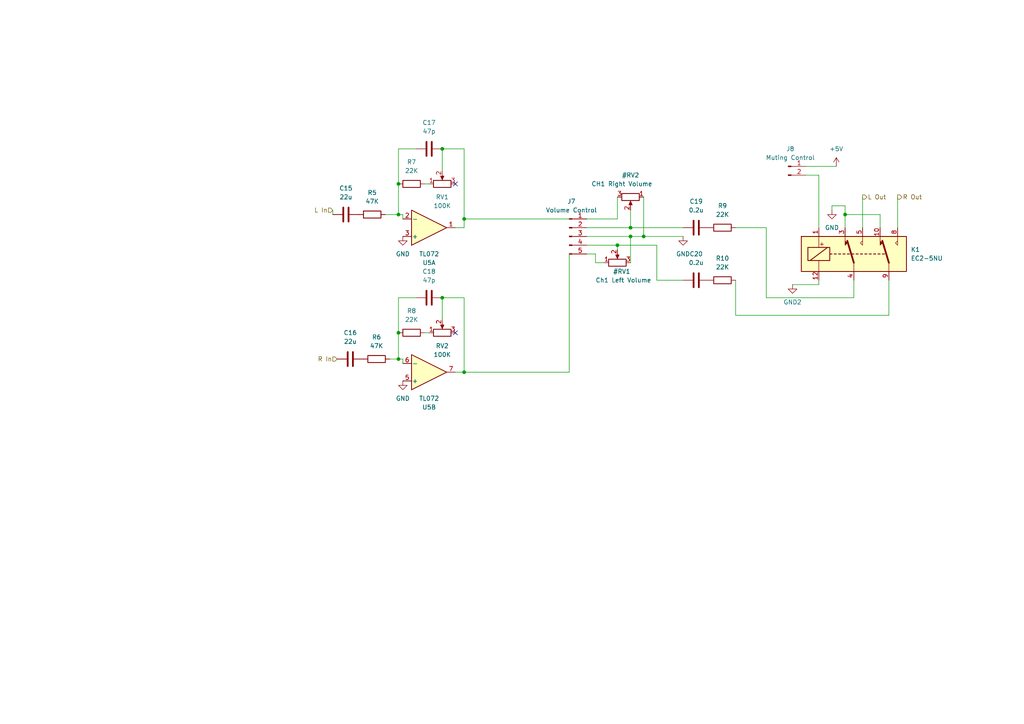
<source format=kicad_sch>
(kicad_sch (version 20211123) (generator eeschema)
  (paper "A4")
  (lib_symbols
    (symbol "Amplifier_Operational:TL072" (pin_names (offset 0.127))
      (property "Reference" "U" (at 0 5.08 0))
      (property "Value" "TL072" (at 0 -5.08 0))
      (symbol "TL072_1_1"
        (polyline (pts (xy -5.08 5.08) (xy 5.08 0) (xy -5.08 -5.08) (xy -5.08 5.08)) (stroke (width 0.254)) (fill (type background)))
        (pin output line (at 7.62 0 180) (length 2.54) (name "~") (number "1"))
        (pin input line (at -7.62 -2.54 0) (length 2.54) (name "-") (number "2"))
        (pin input line (at -7.62 2.54 0) (length 2.54) (name "+") (number "3"))
      )
      (symbol "TL072_2_1"
        (polyline (pts (xy -5.08 5.08) (xy 5.08 0) (xy -5.08 -5.08) (xy -5.08 5.08)) (stroke (width 0.254)) (fill (type background)))
        (pin input line (at -7.62 2.54 0) (length 2.54) (name "+") (number "5"))
        (pin input line (at -7.62 -2.54 0) (length 2.54) (name "-") (number "6"))
        (pin output line (at 7.62 0 180) (length 2.54) (name "~") (number "7"))
      )
      (symbol "TL072_3_1"
        (pin power_in line (at -2.54 -7.62 90) (length 3.81) (name "V-") (number "4"))
        (pin power_in line (at -2.54 7.62 270) (length 3.81) (name "V+") (number "8"))
      )
    )
    (symbol "Connector:Conn_01x02_Male" (pin_names (offset 1.016) hide)
      (property "Reference" "J" (at 0 2.54 0))
      (property "Value" "Conn_01x02_Male" (at 0 -5.08 0))
      (symbol "Conn_01x02_Male_1_1"
        (polyline (pts (xy 1.27 -2.54) (xy 0.8636 -2.54)) (stroke (width 0.1524)))
        (polyline (pts (xy 1.27 0) (xy 0.8636 0)) (stroke (width 0.1524)))
        (rectangle (start 0.8636 -2.413) (end 0 -2.667) (stroke (width 0.1524)) (fill (type outline)))
        (rectangle (start 0.8636 0.127) (end 0 -0.127) (stroke (width 0.1524)) (fill (type outline)))
        (pin passive line (at 5.08 0 180) (length 3.81) (name "Pin_1") (number "1"))
        (pin passive line (at 5.08 -2.54 180) (length 3.81) (name "Pin_2") (number "2"))
      )
    )
    (symbol "Connector:Conn_01x05_Male" (pin_names (offset 1.016) hide)
      (property "Reference" "J" (at 0 7.62 0))
      (property "Value" "Conn_01x05_Male" (at 0 -7.62 0))
      (symbol "Conn_01x05_Male_1_1"
        (polyline (pts (xy 1.27 -5.08) (xy 0.8636 -5.08)) (stroke (width 0.1524)))
        (polyline (pts (xy 1.27 -2.54) (xy 0.8636 -2.54)) (stroke (width 0.1524)))
        (polyline (pts (xy 1.27 0) (xy 0.8636 0)) (stroke (width 0.1524)))
        (polyline (pts (xy 1.27 2.54) (xy 0.8636 2.54)) (stroke (width 0.1524)))
        (polyline (pts (xy 1.27 5.08) (xy 0.8636 5.08)) (stroke (width 0.1524)))
        (rectangle (start 0.8636 -4.953) (end 0 -5.207) (stroke (width 0.1524)) (fill (type outline)))
        (rectangle (start 0.8636 -2.413) (end 0 -2.667) (stroke (width 0.1524)) (fill (type outline)))
        (rectangle (start 0.8636 0.127) (end 0 -0.127) (stroke (width 0.1524)) (fill (type outline)))
        (rectangle (start 0.8636 2.667) (end 0 2.413) (stroke (width 0.1524)) (fill (type outline)))
        (rectangle (start 0.8636 5.207) (end 0 4.953) (stroke (width 0.1524)) (fill (type outline)))
        (pin passive line (at 5.08 5.08 180) (length 3.81) (name "Pin_1") (number "1"))
        (pin passive line (at 5.08 2.54 180) (length 3.81) (name "Pin_2") (number "2"))
        (pin passive line (at 5.08 0 180) (length 3.81) (name "Pin_3") (number "3"))
        (pin passive line (at 5.08 -2.54 180) (length 3.81) (name "Pin_4") (number "4"))
        (pin passive line (at 5.08 -5.08 180) (length 3.81) (name "Pin_5") (number "5"))
      )
    )
    (symbol "Device:C" (pin_numbers hide) (pin_names (offset 0.254))
      (property "Reference" "C" (at 0.635 2.54 0))
      (property "Value" "C" (at 0.635 -2.54 0))
      (symbol "C_0_1"
        (polyline (pts (xy -2.032 -0.762) (xy 2.032 -0.762)) (stroke (width 0.508)))
        (polyline (pts (xy -2.032 0.762) (xy 2.032 0.762)) (stroke (width 0.508)))
      )
      (symbol "C_1_1"
        (pin passive line (at 0 3.81 270) (length 2.794) (name "~") (number "1"))
        (pin passive line (at 0 -3.81 90) (length 2.794) (name "~") (number "2"))
      )
    )
    (symbol "Device:R" (pin_numbers hide) (pin_names (offset 0))
      (property "Reference" "R" (at 2.032 0 90))
      (property "Value" "R" (at 0 0 90))
      (symbol "R_0_1"
        (rectangle (start -1.016 -2.54) (end 1.016 2.54) (stroke (width 0.254)))
      )
      (symbol "R_1_1"
        (pin passive line (at 0 3.81 270) (length 1.27) (name "~") (number "1"))
        (pin passive line (at 0 -3.81 90) (length 1.27) (name "~") (number "2"))
      )
    )
    (symbol "Device:R_Potentiometer" (pin_names (offset 1.016) hide)
      (property "Reference" "RV" (at -4.445 0 90))
      (property "Value" "R_Potentiometer" (at -2.54 0 90))
      (symbol "R_Potentiometer_0_1"
        (polyline (pts (xy 2.54 0) (xy 1.524 0)))
        (polyline (pts (xy 1.143 0) (xy 2.286 0.508) (xy 2.286 -0.508) (xy 1.143 0)) (fill (type outline)))
        (rectangle (start 1.016 2.54) (end -1.016 -2.54) (stroke (width 0.254)))
      )
      (symbol "R_Potentiometer_1_1"
        (pin passive line (at 0 3.81 270) (length 1.27) (name "1") (number "1"))
        (pin passive line (at 3.81 0 180) (length 1.27) (name "2") (number "2"))
        (pin passive line (at 0 -3.81 90) (length 1.27) (name "3") (number "3"))
      )
    )
    (symbol "Relay:EC2-5NU"
      (property "Reference" "K" (at 15.24 8.89 0))
      (property "Value" "EC2-5NU" (at 19.05 6.35 0))
      (symbol "EC2-5NU_1_1"
        (rectangle (start -15.24 5.08) (end 15.24 -5.08) (stroke (width 0.254)) (fill (type background)))
        (rectangle (start -13.335 1.905) (end -6.985 -1.905) (stroke (width 0.254)))
        (polyline (pts (xy -12.7 -1.905) (xy -7.62 1.905)) (stroke (width 0.254)))
        (polyline (pts (xy -10.16 -5.08) (xy -10.16 -1.905)))
        (polyline (pts (xy -10.16 5.08) (xy -10.16 1.905)))
        (polyline (pts (xy -6.985 0) (xy -6.35 0)) (stroke (width 0.254)))
        (polyline (pts (xy -5.715 0) (xy -5.08 0)) (stroke (width 0.254)))
        (polyline (pts (xy -4.445 0) (xy -3.81 0)) (stroke (width 0.254)))
        (polyline (pts (xy -3.175 0) (xy -2.54 0)) (stroke (width 0.254)))
        (polyline (pts (xy -1.905 0) (xy -1.27 0)) (stroke (width 0.254)))
        (polyline (pts (xy -0.635 0) (xy 0 0)) (stroke (width 0.254)))
        (polyline (pts (xy 0 -2.54) (xy -1.905 3.81)) (stroke (width 0.508)))
        (polyline (pts (xy 0 -2.54) (xy 0 -5.08)))
        (polyline (pts (xy 0.635 0) (xy 1.27 0)) (stroke (width 0.254)))
        (polyline (pts (xy 1.905 0) (xy 2.54 0)) (stroke (width 0.254)))
        (polyline (pts (xy 3.175 0) (xy 3.81 0)) (stroke (width 0.254)))
        (polyline (pts (xy 4.445 0) (xy 5.08 0)) (stroke (width 0.254)))
        (polyline (pts (xy 5.715 0) (xy 6.35 0)) (stroke (width 0.254)))
        (polyline (pts (xy 6.985 0) (xy 7.62 0)) (stroke (width 0.254)))
        (polyline (pts (xy 8.255 0) (xy 8.89 0)) (stroke (width 0.254)))
        (polyline (pts (xy 10.16 -2.54) (xy 8.255 3.81)) (stroke (width 0.508)))
        (polyline (pts (xy 10.16 -2.54) (xy 10.16 -5.08)))
        (polyline (pts (xy -2.54 5.08) (xy -2.54 2.54) (xy -1.905 3.175) (xy -2.54 3.81)) (fill (type outline)))
        (polyline (pts (xy 2.54 5.08) (xy 2.54 2.54) (xy 1.905 3.175) (xy 2.54 3.81)))
        (polyline (pts (xy 7.62 5.08) (xy 7.62 2.54) (xy 8.255 3.175) (xy 7.62 3.81)) (fill (type outline)))
        (polyline (pts (xy 12.7 5.08) (xy 12.7 2.54) (xy 12.065 3.175) (xy 12.7 3.81)))
        (text "+" (at -9.271 2.921 0) (effects (font (size 1.27 1.27))))
        (pin passive line (at -10.16 7.62 270) (length 2.54) (name "~") (number "1"))
        (pin passive line (at 7.62 7.62 270) (length 2.54) (name "~") (number "10"))
        (pin passive line (at -10.16 -7.62 90) (length 2.54) (name "~") (number "12"))
        (pin passive line (at -2.54 7.62 270) (length 2.54) (name "~") (number "3"))
        (pin passive line (at 0 -7.62 90) (length 2.54) (name "~") (number "4"))
        (pin passive line (at 2.54 7.62 270) (length 2.54) (name "~") (number "5"))
        (pin passive line (at 12.7 7.62 270) (length 2.54) (name "~") (number "8"))
        (pin passive line (at 10.16 -7.62 90) (length 2.54) (name "~") (number "9"))
      )
    )
    (symbol "power:+5V" (power) (pin_names (offset 0))
      (property "Value" "+5V" (at 0 3.556 0))
      (symbol "+5V_0_1"
        (polyline (pts (xy -0.762 1.27) (xy 0 2.54)))
        (polyline (pts (xy 0 0) (xy 0 2.54)))
        (polyline (pts (xy 0 2.54) (xy 0.762 1.27)))
      )
      (symbol "+5V_1_1"
        (pin power_in line (at 0 0 90) (length 0) hide (name "+5V") (number "1"))
      )
    )
    (symbol "power:GND" (power) (pin_names (offset 0))
      (property "Value" "GND" (at 0 -3.81 0))
      (symbol "GND_0_1"
        (polyline (pts (xy 0 0) (xy 0 -1.27) (xy 1.27 -1.27) (xy 0 -2.54) (xy -1.27 -1.27) (xy 0 -1.27)))
      )
      (symbol "GND_1_1"
        (pin power_in line (at 0 0 270) (length 0) hide (name "GND") (number "1"))
      )
    )
    (symbol "power:GND2" (power) (pin_names (offset 0))
      (property "Value" "GND2" (at 0 -3.81 0))
      (symbol "GND2_0_1"
        (polyline (pts (xy 0 0) (xy 0 -1.27) (xy 1.27 -1.27) (xy 0 -2.54) (xy -1.27 -1.27) (xy 0 -1.27)))
      )
      (symbol "GND2_1_1"
        (pin power_in line (at 0 0 270) (length 0) hide (name "GND2") (number "1"))
      )
    )
  )
  (junction (at 134.62 63.5))
  (junction (at 186.69 68.58))
  (junction (at 115.57 96.52))
  (junction (at 245.11 62.23))
  (junction (at 179.07 71.12))
  (junction (at 115.57 62.23))
  (junction (at 115.57 104.14))
  (junction (at 115.57 53.34))
  (junction (at 182.88 68.58))
  (junction (at 134.62 107.95))
  (junction (at 128.27 43.18))
  (junction (at 182.88 66.04))
  (junction (at 128.27 86.36))
  (no_connect (at 132.08 53.34))
  (no_connect (at 132.08 96.52))
  (wire (pts (xy 132.08 107.95) (xy 134.62 107.95)))
  (wire (pts (xy 170.18 73.66) (xy 172.72 73.66)))
  (wire (pts (xy 179.07 71.12) (xy 190.5 71.12)))
  (wire (pts (xy 179.07 57.15) (xy 179.07 63.5)))
  (wire (pts (xy 229.87 82.55) (xy 237.49 82.55)))
  (wire (pts (xy 247.65 86.36) (xy 247.65 81.28)))
  (wire (pts (xy 115.57 62.23) (xy 116.84 62.23)))
  (wire (pts (xy 182.88 68.58) (xy 182.88 76.2)))
  (wire (pts (xy 170.18 66.04) (xy 182.88 66.04)))
  (wire (pts (xy 190.5 81.28) (xy 198.12 81.28)))
  (wire (pts (xy 245.11 59.69) (xy 241.3 59.69)))
  (wire (pts (xy 170.18 71.12) (xy 179.07 71.12)))
  (wire (pts (xy 124.46 96.52) (xy 123.19 96.52)))
  (wire (pts (xy 170.18 68.58) (xy 182.88 68.58)))
  (wire (pts (xy 128.27 86.36) (xy 128.27 92.71)))
  (wire (pts (xy 237.49 66.04) (xy 237.49 50.8)))
  (wire (pts (xy 260.35 57.15) (xy 260.35 66.04)))
  (wire (pts (xy 222.25 66.04) (xy 222.25 86.36)))
  (wire (pts (xy 179.07 71.12) (xy 179.07 72.39)))
  (wire (pts (xy 115.57 104.14) (xy 116.84 104.14)))
  (wire (pts (xy 255.27 62.23) (xy 245.11 62.23)))
  (wire (pts (xy 115.57 96.52) (xy 115.57 86.36)))
  (wire (pts (xy 213.36 81.28) (xy 213.36 91.44)))
  (wire (pts (xy 115.57 96.52) (xy 115.57 104.14)))
  (wire (pts (xy 186.69 57.15) (xy 186.69 68.58)))
  (wire (pts (xy 213.36 66.04) (xy 222.25 66.04)))
  (wire (pts (xy 96.52 60.96) (xy 96.52 62.23)))
  (wire (pts (xy 124.46 53.34) (xy 123.19 53.34)))
  (wire (pts (xy 182.88 60.96) (xy 182.88 66.04)))
  (wire (pts (xy 182.88 68.58) (xy 186.69 68.58)))
  (wire (pts (xy 134.62 43.18) (xy 134.62 63.5)))
  (wire (pts (xy 128.27 43.18) (xy 134.62 43.18)))
  (wire (pts (xy 170.18 63.5) (xy 179.07 63.5)))
  (wire (pts (xy 222.25 86.36) (xy 247.65 86.36)))
  (wire (pts (xy 165.1 73.66) (xy 165.1 107.95)))
  (wire (pts (xy 115.57 43.18) (xy 120.65 43.18)))
  (wire (pts (xy 237.49 50.8) (xy 233.68 50.8)))
  (wire (pts (xy 134.62 86.36) (xy 134.62 107.95)))
  (wire (pts (xy 233.68 48.26) (xy 242.57 48.26)))
  (wire (pts (xy 116.84 62.23) (xy 116.84 63.5)))
  (wire (pts (xy 186.69 68.58) (xy 198.12 68.58)))
  (wire (pts (xy 134.62 107.95) (xy 165.1 107.95)))
  (wire (pts (xy 115.57 53.34) (xy 115.57 43.18)))
  (wire (pts (xy 237.49 82.55) (xy 237.49 81.28)))
  (wire (pts (xy 257.81 91.44) (xy 257.81 81.28)))
  (wire (pts (xy 134.62 63.5) (xy 165.1 63.5)))
  (wire (pts (xy 245.11 62.23) (xy 245.11 59.69)))
  (wire (pts (xy 241.3 59.69) (xy 241.3 60.96)))
  (wire (pts (xy 132.08 66.04) (xy 134.62 66.04)))
  (wire (pts (xy 111.76 62.23) (xy 115.57 62.23)))
  (wire (pts (xy 255.27 66.04) (xy 255.27 62.23)))
  (wire (pts (xy 213.36 91.44) (xy 257.81 91.44)))
  (wire (pts (xy 128.27 86.36) (xy 134.62 86.36)))
  (wire (pts (xy 250.19 57.15) (xy 250.19 66.04)))
  (wire (pts (xy 116.84 104.14) (xy 116.84 105.41)))
  (wire (pts (xy 172.72 76.2) (xy 175.26 76.2)))
  (wire (pts (xy 134.62 63.5) (xy 134.62 66.04)))
  (wire (pts (xy 113.03 104.14) (xy 115.57 104.14)))
  (wire (pts (xy 190.5 71.12) (xy 190.5 81.28)))
  (wire (pts (xy 172.72 73.66) (xy 172.72 76.2)))
  (wire (pts (xy 128.27 43.18) (xy 128.27 49.53)))
  (wire (pts (xy 115.57 86.36) (xy 120.65 86.36)))
  (wire (pts (xy 182.88 66.04) (xy 198.12 66.04)))
  (wire (pts (xy 115.57 53.34) (xy 115.57 62.23)))
  (wire (pts (xy 245.11 66.04) (xy 245.11 62.23)))
  (hierarchical_label "R Out" (shape output) (at 260.35 57.15 0))
  (hierarchical_label "L In" (shape input) (at 96.52 60.96 180))
  (hierarchical_label "L Out" (shape output) (at 250.19 57.15 0))
  (hierarchical_label "R In" (shape input) (at 97.79 104.14 180))
  (symbol (lib_id "power:GND") (at 116.84 68.58 0) (unit 1)
    (property "Reference" "#PWR020" (effects hide))
    (property "Value" "GND" (at 116.84 73.66 0))
  )
  (symbol (lib_id "Device:R") (at 107.95 62.23 90) (unit 1)
    (property "Reference" "R5" (at 107.95 55.88 90))
    (property "Value" "47K" (at 107.95 58.42 90))
  )
  (symbol (lib_id "Device:R_Potentiometer") (at 179.07 76.2 90) (unit 1)
    (property "Reference" "#RV1" (at 177.7999 78.74 90) (effects (justify right)))
    (property "Value" "Ch1 Left Volume" (at 172.72 81.28 90) (effects (justify right)))
  )
  (symbol (lib_id "Device:R") (at 119.38 53.34 90) (unit 1)
    (property "Reference" "R7" (at 119.38 46.99 90))
    (property "Value" "22K" (at 119.38 49.53 90))
  )
  (symbol (lib_id "power:+5V") (at 242.57 48.26 0) (unit 1)
    (property "Reference" "#PWR025" (effects hide))
    (property "Value" "+5V" (at 242.57 43.18 0))
  )
  (symbol (lib_id "Device:R") (at 109.22 104.14 90) (unit 1)
    (property "Reference" "R6" (at 109.22 97.79 90))
    (property "Value" "47K" (at 109.22 100.33 90))
  )
  (symbol (lib_id "Device:R_Potentiometer") (at 128.27 96.52 90) (unit 1)
    (property "Reference" "RV2" (at 128.27 100.33 90))
    (property "Value" "100K" (at 128.27 102.87 90))
  )
  (symbol (lib_id "Connector:Conn_01x02_Male") (at 228.6 48.26 0) (unit 1)
    (property "Reference" "J8" (at 229.235 43.18 0))
    (property "Value" "Muting Control" (at 229.235 45.72 0))
  )
  (symbol (lib_id "power:GND2") (at 229.87 82.55 0) (unit 1)
    (property "Reference" "#PWR023" (effects hide))
    (property "Value" "GND2" (at 229.87 87.63 0))
  )
  (symbol (lib_id "Device:R_Potentiometer") (at 182.88 57.15 270) (unit 1)
    (property "Reference" "#RV2" (at 185.42 50.8 90) (effects (justify right)))
    (property "Value" "CH1 Right Volume" (at 189.23 53.34 90) (effects (justify right)))
  )
  (symbol (lib_id "Device:R") (at 209.55 66.04 90) (unit 1)
    (property "Reference" "R9" (at 209.55 59.69 90))
    (property "Value" "22K" (at 209.55 62.23 90))
  )
  (symbol (lib_id "Device:R_Potentiometer") (at 128.27 53.34 90) (unit 1)
    (property "Reference" "RV1" (at 128.27 57.15 90))
    (property "Value" "100K" (at 128.27 59.69 90))
  )
  (symbol (lib_id "Amplifier_Operational:TL072") (at 124.46 66.04 0) (mirror x) (unit 1)
    (property "Reference" "U5" (at 124.46 76.2 0))
    (property "Value" "TL072" (at 124.46 73.66 0))
    (property "Datasheet" "http://www.ti.com/lit/ds/symlink/tl071.pdf" (effects hide))
  )
  (symbol (lib_id "Device:C") (at 201.93 81.28 90) (unit 1)
    (property "Reference" "C20" (at 201.93 73.66 90))
    (property "Value" "0.2u" (at 201.93 76.2 90))
  )
  (symbol (lib_id "power:GND") (at 198.12 68.58 0) (unit 1)
    (property "Reference" "#PWR022" (effects hide))
    (property "Value" "GND" (at 198.12 73.66 0))
  )
  (symbol (lib_id "Device:C") (at 100.33 62.23 90) (unit 1)
    (property "Reference" "C15" (at 100.33 54.61 90))
    (property "Value" "22u" (at 100.33 57.15 90))
  )
  (symbol (lib_id "Device:C") (at 124.46 43.18 90) (unit 1)
    (property "Reference" "C17" (at 124.46 35.56 90))
    (property "Value" "47p" (at 124.46 38.1 90))
  )
  (symbol (lib_id "Amplifier_Operational:TL072") (at 124.46 107.95 0) (mirror x) (unit 2)
    (property "Reference" "U5" (at 124.46 118.11 0))
    (property "Value" "TL072" (at 124.46 115.57 0))
    (property "Datasheet" "http://www.ti.com/lit/ds/symlink/tl071.pdf" (effects hide))
  )
  (symbol (lib_id "Connector:Conn_01x05_Male") (at 165.1 68.58 0) (unit 1)
    (property "Reference" "J7" (at 165.735 58.42 0))
    (property "Value" "Volume Control" (at 165.735 60.96 0))
  )
  (symbol (lib_id "power:GND") (at 116.84 110.49 0) (unit 1)
    (property "Reference" "#PWR021" (effects hide))
    (property "Value" "GND" (at 116.84 115.57 0))
  )
  (symbol (lib_id "Device:C") (at 201.93 66.04 90) (unit 1)
    (property "Reference" "C19" (at 201.93 58.42 90))
    (property "Value" "0.2u" (at 201.93 60.96 90))
  )
  (symbol (lib_id "Relay:EC2-5NU") (at 247.65 73.66 0) (unit 1)
    (property "Reference" "K1" (at 264.16 72.3899 0) (effects (justify left)))
    (property "Value" "EC2-5NU" (at 264.16 74.9299 0) (effects (justify left)))
    (property "Footprint" "Relay_THT:Relay_DPDT_Kemet_EC2" (effects hide))
    (property "Datasheet" "https://content.kemet.com/datasheets/KEM_R7002_EC2_EE2.pdf" (effects hide))
  )
  (symbol (lib_id "Device:C") (at 124.46 86.36 90) (unit 1)
    (property "Reference" "C18" (at 124.46 78.74 90))
    (property "Value" "47p" (at 124.46 81.28 90))
  )
  (symbol (lib_id "Device:R") (at 209.55 81.28 90) (unit 1)
    (property "Reference" "R10" (at 209.55 74.93 90))
    (property "Value" "22K" (at 209.55 77.47 90))
  )
  (symbol (lib_id "power:GND") (at 241.3 60.96 0) (unit 1)
    (property "Reference" "#PWR024" (effects hide))
    (property "Value" "GND" (at 241.3 66.04 0))
  )
  (symbol (lib_id "Device:R") (at 119.38 96.52 90) (unit 1)
    (property "Reference" "R8" (at 119.38 90.17 90))
    (property "Value" "22K" (at 119.38 92.71 90))
  )
  (symbol (lib_id "Device:C") (at 101.6 104.14 90) (unit 1)
    (property "Reference" "C16" (at 101.6 96.52 90))
    (property "Value" "22u" (at 101.6 99.06 90))
  )
)
</source>
